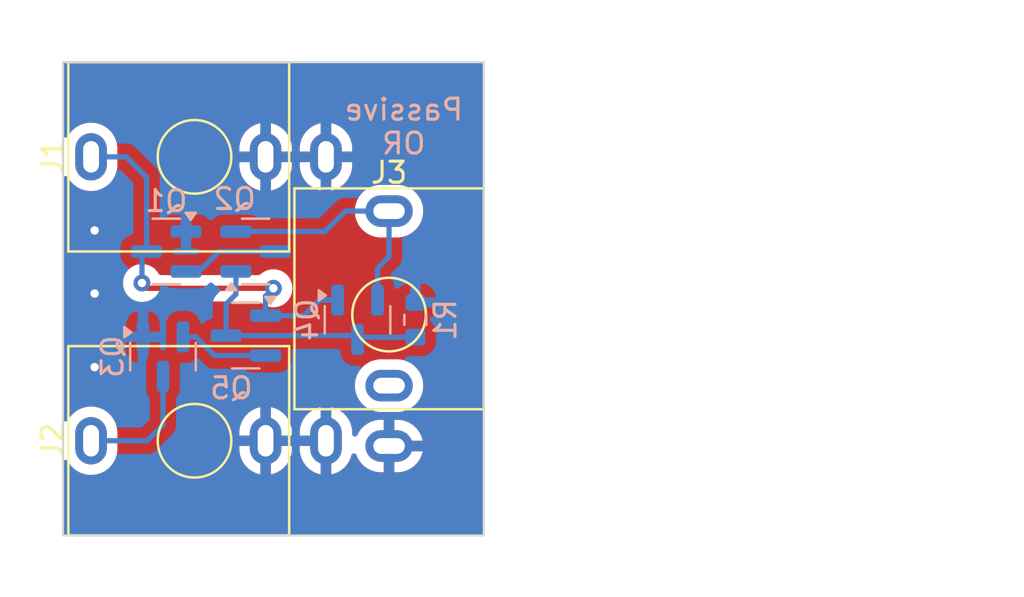
<source format=kicad_pcb>
(kicad_pcb (version 20240108) (generator "pcbnew") (generator_version "8.0")
  (layers (0 "F.Cu" signal) (31 "B.Cu" signal) (34 "B.Paste" user) (35 "F.Paste" user) (36 "B.SilkS" user "B.Silkscreen") (37 "F.SilkS" user "F.Silkscreen") (38 "B.Mask" user) (39 "F.Mask" user) (44 "Edge.Cuts" user))
  (net 0 "")
  (net 1 "GND")
  (net 2 "Net-(Q1-D)")
  (net 3 "Net-(Q3-D)")
  (net 5 "Net-(Q2-S)")
  (net 6 "Net-(Q1-S)")
  (net 7 "Net-(Q2-G)")
  (net 8 "Net-(Q3-S)")
  (footprint "Custom_FP:PJ398SM" (layer "F.Cu") (at 131.25 93 90)
    (property "Reference" "J2" (at 0 -6.75 90) (layer "F.SilkS"))
    (property "Value" "AudioJack2_SwitchT")
    (fp_line (start 4.5 -6) (end -4.5 -6) (stroke (width 0.12)) (layer "F.SilkS"))
    (fp_line (start -4.5 -6) (end -4.5 4.5) (stroke (width 0.12)) (layer "F.SilkS"))
    (fp_line (start 4.5 4.5) (end 4.5 -6) (stroke (width 0.12)) (layer "F.SilkS"))
    (fp_line (start -4.5 4.5) (end 4.5 4.5) (stroke (width 0.12)) (layer "F.SilkS"))
    (fp_circle (center 0 0) (end 1.75 0) (stroke (width 0.12)) (fill none) (layer "F.SilkS"))
    (pad "S" thru_hole oval (at 0 6.25 90) (size 2.25 1.5) (drill oval 1.5 0.75) (layers "*.Cu" "*.Mask") (net 1 "GND"))
    (pad "T" thru_hole oval (at 0 -4.92 90) (size 2.25 1.5) (drill oval 1.5 0.75) (layers "*.Cu" "*.Mask") (net 3 "Net-(Q3-D)"))
    (pad "TN" thru_hole oval (at 0 3.38 90) (size 2.25 1.5) (drill oval 1.5 0.75) (layers "*.Cu" "*.Mask") (net 1 "GND"))
  )
  (footprint "Custom_FP:PJ398SM" (layer "F.Cu") (at 131.25 79.5 90)
    (property "Reference" "J1" (at 0 -6.75 90) (layer "F.SilkS"))
    (property "Value" "AudioJack2_SwitchT")
    (fp_line (start 4.5 -6) (end -4.5 -6) (stroke (width 0.12)) (layer "F.SilkS"))
    (fp_line (start -4.5 -6) (end -4.5 4.5) (stroke (width 0.12)) (layer "F.SilkS"))
    (fp_line (start 4.5 4.5) (end 4.5 -6) (stroke (width 0.12)) (layer "F.SilkS"))
    (fp_line (start -4.5 4.5) (end 4.5 4.5) (stroke (width 0.12)) (layer "F.SilkS"))
    (fp_circle (center 0 0) (end 1.75 0) (stroke (width 0.12)) (fill none) (layer "F.SilkS"))
    (pad "S" thru_hole oval (at 0 6.25 90) (size 2.25 1.5) (drill oval 1.5 0.75) (layers "*.Cu" "*.Mask") (net 1 "GND"))
    (pad "T" thru_hole oval (at 0 -4.92 90) (size 2.25 1.5) (drill oval 1.5 0.75) (layers "*.Cu" "*.Mask") (net 2 "Net-(Q1-D)"))
    (pad "TN" thru_hole oval (at 0 3.38 90) (size 2.25 1.5) (drill oval 1.5 0.75) (layers "*.Cu" "*.Mask") (net 1 "GND"))
  )
  (footprint "Custom_FP:PJ398SM" (layer "F.Cu") (at 140.5 87)
    (property "Reference" "J3" (at 0 -6.75 0) (layer "F.SilkS"))
    (property "Value" "AudioJack2_SwitchT")
    (fp_line (start -4.5 -6) (end -4.5 4.5) (stroke (width 0.12)) (layer "F.SilkS"))
    (fp_line (start -4.5 4.5) (end 4.5 4.5) (stroke (width 0.12)) (layer "F.SilkS"))
    (fp_line (start 4.5 -6) (end -4.5 -6) (stroke (width 0.12)) (layer "F.SilkS"))
    (fp_line (start 4.5 4.5) (end 4.5 -6) (stroke (width 0.12)) (layer "F.SilkS"))
    (fp_circle (center 0 0) (end 1.75 0) (stroke (width 0.12)) (fill none) (layer "F.SilkS"))
    (pad "S" thru_hole oval (at 0 6.25) (size 2.25 1.5) (drill oval 1.5 0.75) (layers "*.Cu" "*.Mask") (net 1 "GND"))
    (pad "T" thru_hole oval (at 0 -4.92) (size 2.25 1.5) (drill oval 1.5 0.75) (layers "*.Cu" "*.Mask") (net 5 "Net-(Q2-S)"))
    (pad "TN" thru_hole oval (at 0 3.38) (size 2.25 1.5) (drill oval 1.5 0.75) (layers "*.Cu" "*.Mask"))
  )
  (footprint "Package_TO_SOT_SMD:SOT-23" (layer "B.Cu") (at 139 87.25 -90)
    (property "Reference" "Q4" (at 0 2.4 90) (layer "B.SilkS") (effects (justify mirror)))
    (property "Value" "BSS84")
    (fp_line (start -0.65 1.56) (end 0 1.56) (stroke (width 0.12)) (layer "B.SilkS"))
    (fp_line (start 0.65 1.56) (end 0 1.56) (stroke (width 0.12)) (layer "B.SilkS"))
    (fp_line (start -0.65 -1.56) (end 0 -1.56) (stroke (width 0.12)) (layer "B.SilkS"))
    (fp_line (start 0.65 -1.56) (end 0 -1.56) (stroke (width 0.12)) (layer "B.SilkS"))
    (fp_poly (pts (xy -1.1625 1.51) (xy -1.4025 1.84) (xy -0.9225 1.84) (xy -1.1625 1.51)) (stroke (width 0.12)) (fill solid) (layer "B.SilkS"))
    (pad "1" smd roundrect (at -0.9375 0.95 270) (size 1.475 0.6) (layers "B.Cu" "B.Paste" "B.Mask") (net 2 "Net-(Q1-D)"))
    (pad "2" smd roundrect (at -0.9375 -0.95 270) (size 1.475 0.6) (layers "B.Cu" "B.Paste" "B.Mask") (net 5 "Net-(Q2-S)"))
    (pad "3" smd roundrect (at 0.9375 0 270) (size 1.475 0.6) (layers "B.Cu" "B.Paste" "B.Mask") (net 7 "Net-(Q2-G)"))
  )
  (footprint "Package_TO_SOT_SMD:SOT-23" (layer "B.Cu") (at 129.75 89 -90)
    (property "Reference" "Q3" (at 0 2.4 90) (layer "B.SilkS") (effects (justify mirror)))
    (property "Value" "BSS84")
    (fp_line (start -0.65 1.56) (end 0 1.56) (stroke (width 0.12)) (layer "B.SilkS"))
    (fp_line (start 0.65 1.56) (end 0 1.56) (stroke (width 0.12)) (layer "B.SilkS"))
    (fp_line (start -0.65 -1.56) (end 0 -1.56) (stroke (width 0.12)) (layer "B.SilkS"))
    (fp_line (start 0.65 -1.56) (end 0 -1.56) (stroke (width 0.12)) (layer "B.SilkS"))
    (fp_poly (pts (xy -1.1625 1.51) (xy -1.4025 1.84) (xy -0.9225 1.84) (xy -1.1625 1.51)) (stroke (width 0.12)) (fill solid) (layer "B.SilkS"))
    (pad "1" smd roundrect (at -0.9375 0.95 270) (size 1.475 0.6) (layers "B.Cu" "B.Paste" "B.Mask") (net 1 "GND"))
    (pad "2" smd roundrect (at -0.9375 -0.95 270) (size 1.475 0.6) (layers "B.Cu" "B.Paste" "B.Mask") (net 8 "Net-(Q3-S)"))
    (pad "3" smd roundrect (at 0.9375 0 270) (size 1.475 0.6) (layers "B.Cu" "B.Paste" "B.Mask") (net 3 "Net-(Q3-D)"))
  )
  (footprint "Package_TO_SOT_SMD:SOT-23" (layer "B.Cu") (at 134.15625 84)
    (property "Reference" "Q2" (at -1 -2.5 0) (layer "B.SilkS") (effects (justify mirror)))
    (property "Value" "BSS84")
    (fp_line (start -0.65 -1.56) (end 0 -1.56) (stroke (width 0.12)) (layer "B.SilkS"))
    (fp_line (start -0.65 1.56) (end 0 1.56) (stroke (width 0.12)) (layer "B.SilkS"))
    (fp_line (start 0.65 -1.56) (end 0 -1.56) (stroke (width 0.12)) (layer "B.SilkS"))
    (fp_line (start 0.65 1.56) (end 0 1.56) (stroke (width 0.12)) (layer "B.SilkS"))
    (fp_poly (pts (xy -1.1625 1.51) (xy -1.4025 1.84) (xy -0.9225 1.84) (xy -1.1625 1.51)) (stroke (width 0.12)) (fill solid) (layer "B.SilkS"))
    (pad "1" smd roundrect (at -0.9375 0.95) (size 1.475 0.6) (layers "B.Cu" "B.Paste" "B.Mask") (net 7 "Net-(Q2-G)"))
    (pad "2" smd roundrect (at -0.9375 -0.95) (size 1.475 0.6) (layers "B.Cu" "B.Paste" "B.Mask") (net 5 "Net-(Q2-S)"))
    (pad "3" smd roundrect (at 0.9375 0) (size 1.475 0.6) (layers "B.Cu" "B.Paste" "B.Mask") (net 6 "Net-(Q1-S)"))
  )
  (footprint "Package_TO_SOT_SMD:SOT-23" (layer "B.Cu") (at 129.90625 84 180)
    (property "Reference" "Q1" (at 0 2.4 0) (layer "B.SilkS") (effects (justify mirror)))
    (property "Value" "BSS84")
    (fp_line (start 0.65 1.56) (end 0 1.56) (stroke (width 0.12)) (layer "B.SilkS"))
    (fp_line (start 0.65 -1.56) (end 0 -1.56) (stroke (width 0.12)) (layer "B.SilkS"))
    (fp_line (start -0.65 1.56) (end 0 1.56) (stroke (width 0.12)) (layer "B.SilkS"))
    (fp_line (start -0.65 -1.56) (end 0 -1.56) (stroke (width 0.12)) (layer "B.SilkS"))
    (fp_poly (pts (xy -1.1625 1.51) (xy -1.4025 1.84) (xy -0.9225 1.84) (xy -1.1625 1.51)) (stroke (width 0.12)) (fill solid) (layer "B.SilkS"))
    (pad "1" smd roundrect (at -0.9375 0.95 180) (size 1.475 0.6) (layers "B.Cu" "B.Paste" "B.Mask") (net 1 "GND"))
    (pad "2" smd roundrect (at -0.9375 -0.95 180) (size 1.475 0.6) (layers "B.Cu" "B.Paste" "B.Mask") (net 6 "Net-(Q1-S)"))
    (pad "3" smd roundrect (at 0.9375 0 180) (size 1.475 0.6) (layers "B.Cu" "B.Paste" "B.Mask") (net 2 "Net-(Q1-D)"))
  )
  (footprint "Package_TO_SOT_SMD:SOT-23" (layer "B.Cu") (at 133.6875 88 180)
    (property "Reference" "Q5" (at 0.6875 -2.5 0) (layer "B.SilkS") (effects (justify mirror)))
    (property "Value" "BSS84")
    (fp_line (start 0.65 1.56) (end 0 1.56) (stroke (width 0.12)) (layer "B.SilkS"))
    (fp_line (start 0.65 -1.56) (end 0 -1.56) (stroke (width 0.12)) (layer "B.SilkS"))
    (fp_line (start -0.65 1.56) (end 0 1.56) (stroke (width 0.12)) (layer "B.SilkS"))
    (fp_line (start -0.65 -1.56) (end 0 -1.56) (stroke (width 0.12)) (layer "B.SilkS"))
    (fp_poly (pts (xy -1.1625 1.51) (xy -1.4025 1.84) (xy -0.9225 1.84) (xy -1.1625 1.51)) (stroke (width 0.12)) (fill solid) (layer "B.SilkS"))
    (pad "1" smd roundrect (at -0.9375 0.95 180) (size 1.475 0.6) (layers "B.Cu" "B.Paste" "B.Mask") (net 2 "Net-(Q1-D)"))
    (pad "2" smd roundrect (at -0.9375 -0.95 180) (size 1.475 0.6) (layers "B.Cu" "B.Paste" "B.Mask") (net 8 "Net-(Q3-S)"))
    (pad "3" smd roundrect (at 0.9375 0 180) (size 1.475 0.6) (layers "B.Cu" "B.Paste" "B.Mask") (net 7 "Net-(Q2-G)"))
  )
  (footprint "Resistor_SMD:R_0603_1608Metric" (layer "B.Cu") (at 141.75 87.25 90)
    (property "Reference" "R1" (at 0 1.43 90) (layer "B.SilkS") (effects (justify mirror)))
    (property "Value" "1M")
    (fp_line (start 0.237258 -0.5225) (end -0.237258 -0.5225) (stroke (width 0.12)) (layer "B.SilkS"))
    (fp_line (start 0.237258 0.5225) (end -0.237258 0.5225) (stroke (width 0.12)) (layer "B.SilkS"))
    (pad "1" smd roundrect (at -0.825 0 90) (size 0.8 0.95) (layers "B.Cu" "B.Paste" "B.Mask") (net 7 "Net-(Q2-G)"))
    (pad "2" smd roundrect (at 0.825 0 90) (size 0.8 0.95) (layers "B.Cu" "B.Paste" "B.Mask") (net 1 "GND"))
  )
  (gr_line (start 125 75) (end 125 97.5) (stroke (width 0.1)) (layer "Edge.Cuts"))
  (gr_line (start 125 97.5) (end 145 97.5) (stroke (width 0.1)) (layer "Edge.Cuts"))
  (gr_line (start 145 97.5) (end 145 75) (stroke (width 0.1)) (layer "Edge.Cuts"))
  (gr_line (start 145 75) (end 125 75) (stroke (width 0.1)) (layer "Edge.Cuts"))
  (gr_text "Passive\nOR" (at 141.2 79.45 0) (layer "B.SilkS") (effects (font (size 1 1)) (justify bottom mirror)))
  (via (at 126.5 86) (size 0.8) (drill 0.4) (layers "F.Cu" "B.Cu") (net 1))
  (via (at 126.5 89.5) (size 0.8) (drill 0.4) (layers "F.Cu" "B.Cu") (net 1))
  (via (at 126.5 83) (size 0.8) (drill 0.4) (layers "F.Cu" "B.Cu") (net 1))
  (segment (start 135 85.75) (end 129 85.75) (width 0.25) (layer "F.Cu") (net 2))
  (segment (start 129 85.75) (end 128.75 85.5) (width 0.25) (layer "F.Cu") (net 2))
  (via (at 135 85.75) (size 0.8) (drill 0.4) (layers "F.Cu" "B.Cu") (net 2))
  (via (at 128.75 85.5) (size 0.8) (drill 0.4) (layers "F.Cu" "B.Cu") (net 2))
  (segment (start 128.75 85.5) (end 128.75 84.21875) (width 0.25) (layer "B.Cu") (net 2))
  (segment (start 128.96875 80.46875) (end 128 79.5) (width 0.25) (layer "B.Cu") (net 2))
  (segment (start 138.05 86.3125) (end 137.1875 86.3125) (width 0.25) (layer "B.Cu") (net 2))
  (segment (start 134.625 86.125) (end 135 85.75) (width 0.25) (layer "B.Cu") (net 2))
  (segment (start 128.75 84.21875) (end 128.96875 84) (width 0.25) (layer "B.Cu") (net 2))
  (segment (start 134.625 87.05) (end 134.625 86.125) (width 0.25) (layer "B.Cu") (net 2))
  (segment (start 137.1875 86.3125) (end 136.45 87.05) (width 0.25) (layer "B.Cu") (net 2))
  (segment (start 128.96875 84) (end 128.96875 80.46875) (width 0.25) (layer "B.Cu") (net 2))
  (segment (start 136.45 87.05) (end 134.625 87.05) (width 0.25) (layer "B.Cu") (net 2))
  (segment (start 128 79.5) (end 126.33 79.5) (width 0.25) (layer "B.Cu") (net 2))
  (segment (start 129.75 92.25) (end 129.75 89.9375) (width 0.25) (layer "B.Cu") (net 3))
  (segment (start 126.33 93) (end 129 93) (width 0.25) (layer "B.Cu") (net 3))
  (segment (start 129 93) (end 129.75 92.25) (width 0.25) (layer "B.Cu") (net 3))
  (segment (start 139.95 86.3125) (end 139.95 84.8) (width 0.25) (layer "B.Cu") (net 5))
  (segment (start 139.95 84.8) (end 140.5 84.25) (width 0.25) (layer "B.Cu") (net 5))
  (segment (start 140.5 82.08) (end 138.42 82.08) (width 0.25) (layer "B.Cu") (net 5))
  (segment (start 137.45 83.05) (end 133.21875 83.05) (width 0.25) (layer "B.Cu") (net 5))
  (segment (start 138.42 82.08) (end 137.45 83.05) (width 0.25) (layer "B.Cu") (net 5))
  (segment (start 140.5 84.25) (end 140.5 82.08) (width 0.25) (layer "B.Cu") (net 5))
  (segment (start 132.40625 84) (end 135.09375 84) (width 0.25) (layer "B.Cu") (net 6))
  (segment (start 130.84375 84.95) (end 131.45625 84.95) (width 0.25) (layer "B.Cu") (net 6))
  (segment (start 131.45625 84.95) (end 132.40625 84) (width 0.25) (layer "B.Cu") (net 6))
  (segment (start 132.75 86.5) (end 132.75 88) (width 0.25) (layer "B.Cu") (net 7))
  (segment (start 139.1125 88.075) (end 139 88.1875) (width 0.25) (layer "B.Cu") (net 7))
  (segment (start 132.75 88) (end 138.8125 88) (width 0.25) (layer "B.Cu") (net 7))
  (segment (start 138.8125 88) (end 139 88.1875) (width 0.25) (layer "B.Cu") (net 7))
  (segment (start 133.21875 86.03125) (end 132.75 86.5) (width 0.25) (layer "B.Cu") (net 7))
  (segment (start 133.21875 84.95) (end 133.21875 86.03125) (width 0.25) (layer "B.Cu") (net 7))
  (segment (start 141.75 88.075) (end 139.1125 88.075) (width 0.25) (layer "B.Cu") (net 7))
  (segment (start 131.3125 88.0625) (end 132.2 88.95) (width 0.25) (layer "B.Cu") (net 8))
  (segment (start 132.2 88.95) (end 134.625 88.95) (width 0.25) (layer "B.Cu") (net 8))
  (segment (start 130.7 88.0625) (end 131.3125 88.0625) (width 0.25) (layer "B.Cu") (net 8))
  (zone (net 1) (net_name "GND") (layers "F&B.Cu") (connect_pads (clearance 0.5)) (min_thickness 0.25) (fill yes (thermal_gap 0.5) (thermal_bridge_width 0.5))
    (polygon (pts (xy 147.75 73) (xy 122 73) (xy 122.5 99.5) (xy 148.75 99.75) (xy 148.75 75.75)))
  )
)
</source>
